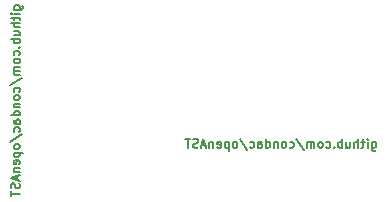
<source format=gbo>
G04 #@! TF.FileFunction,Legend,Bot*
%FSLAX46Y46*%
G04 Gerber Fmt 4.6, Leading zero omitted, Abs format (unit mm)*
G04 Created by KiCad (PCBNEW 4.0.7) date Fri May 25 09:25:36 2018*
%MOMM*%
%LPD*%
G01*
G04 APERTURE LIST*
%ADD10C,0.150000*%
%ADD11C,0.187500*%
G04 APERTURE END LIST*
D10*
D11*
X107535286Y-103573432D02*
X108142429Y-103573432D01*
X108213857Y-103537718D01*
X108249571Y-103502003D01*
X108285286Y-103430575D01*
X108285286Y-103323432D01*
X108249571Y-103252003D01*
X107999571Y-103573432D02*
X108035286Y-103502003D01*
X108035286Y-103359146D01*
X107999571Y-103287718D01*
X107963857Y-103252003D01*
X107892429Y-103216289D01*
X107678143Y-103216289D01*
X107606714Y-103252003D01*
X107571000Y-103287718D01*
X107535286Y-103359146D01*
X107535286Y-103502003D01*
X107571000Y-103573432D01*
X108035286Y-103930574D02*
X107535286Y-103930574D01*
X107285286Y-103930574D02*
X107321000Y-103894860D01*
X107356714Y-103930574D01*
X107321000Y-103966289D01*
X107285286Y-103930574D01*
X107356714Y-103930574D01*
X107535286Y-104180575D02*
X107535286Y-104466289D01*
X107285286Y-104287717D02*
X107928143Y-104287717D01*
X107999571Y-104323432D01*
X108035286Y-104394860D01*
X108035286Y-104466289D01*
X108035286Y-104716288D02*
X107285286Y-104716288D01*
X108035286Y-105037717D02*
X107642429Y-105037717D01*
X107571000Y-105002003D01*
X107535286Y-104930574D01*
X107535286Y-104823431D01*
X107571000Y-104752003D01*
X107606714Y-104716288D01*
X107535286Y-105716288D02*
X108035286Y-105716288D01*
X107535286Y-105394859D02*
X107928143Y-105394859D01*
X107999571Y-105430574D01*
X108035286Y-105502002D01*
X108035286Y-105609145D01*
X107999571Y-105680574D01*
X107963857Y-105716288D01*
X108035286Y-106073430D02*
X107285286Y-106073430D01*
X107571000Y-106073430D02*
X107535286Y-106144859D01*
X107535286Y-106287716D01*
X107571000Y-106359145D01*
X107606714Y-106394859D01*
X107678143Y-106430573D01*
X107892429Y-106430573D01*
X107963857Y-106394859D01*
X107999571Y-106359145D01*
X108035286Y-106287716D01*
X108035286Y-106144859D01*
X107999571Y-106073430D01*
X107963857Y-106752001D02*
X107999571Y-106787716D01*
X108035286Y-106752001D01*
X107999571Y-106716287D01*
X107963857Y-106752001D01*
X108035286Y-106752001D01*
X107999571Y-107430573D02*
X108035286Y-107359144D01*
X108035286Y-107216287D01*
X107999571Y-107144859D01*
X107963857Y-107109144D01*
X107892429Y-107073430D01*
X107678143Y-107073430D01*
X107606714Y-107109144D01*
X107571000Y-107144859D01*
X107535286Y-107216287D01*
X107535286Y-107359144D01*
X107571000Y-107430573D01*
X108035286Y-107859144D02*
X107999571Y-107787716D01*
X107963857Y-107752001D01*
X107892429Y-107716287D01*
X107678143Y-107716287D01*
X107606714Y-107752001D01*
X107571000Y-107787716D01*
X107535286Y-107859144D01*
X107535286Y-107966287D01*
X107571000Y-108037716D01*
X107606714Y-108073430D01*
X107678143Y-108109144D01*
X107892429Y-108109144D01*
X107963857Y-108073430D01*
X107999571Y-108037716D01*
X108035286Y-107966287D01*
X108035286Y-107859144D01*
X108035286Y-108430572D02*
X107535286Y-108430572D01*
X107606714Y-108430572D02*
X107571000Y-108466287D01*
X107535286Y-108537715D01*
X107535286Y-108644858D01*
X107571000Y-108716287D01*
X107642429Y-108752001D01*
X108035286Y-108752001D01*
X107642429Y-108752001D02*
X107571000Y-108787715D01*
X107535286Y-108859144D01*
X107535286Y-108966287D01*
X107571000Y-109037715D01*
X107642429Y-109073430D01*
X108035286Y-109073430D01*
X107249571Y-109966287D02*
X108213857Y-109323430D01*
X107999571Y-110537715D02*
X108035286Y-110466286D01*
X108035286Y-110323429D01*
X107999571Y-110252001D01*
X107963857Y-110216286D01*
X107892429Y-110180572D01*
X107678143Y-110180572D01*
X107606714Y-110216286D01*
X107571000Y-110252001D01*
X107535286Y-110323429D01*
X107535286Y-110466286D01*
X107571000Y-110537715D01*
X108035286Y-110966286D02*
X107999571Y-110894858D01*
X107963857Y-110859143D01*
X107892429Y-110823429D01*
X107678143Y-110823429D01*
X107606714Y-110859143D01*
X107571000Y-110894858D01*
X107535286Y-110966286D01*
X107535286Y-111073429D01*
X107571000Y-111144858D01*
X107606714Y-111180572D01*
X107678143Y-111216286D01*
X107892429Y-111216286D01*
X107963857Y-111180572D01*
X107999571Y-111144858D01*
X108035286Y-111073429D01*
X108035286Y-110966286D01*
X107535286Y-111537714D02*
X108035286Y-111537714D01*
X107606714Y-111537714D02*
X107571000Y-111573429D01*
X107535286Y-111644857D01*
X107535286Y-111752000D01*
X107571000Y-111823429D01*
X107642429Y-111859143D01*
X108035286Y-111859143D01*
X108035286Y-112537714D02*
X107285286Y-112537714D01*
X107999571Y-112537714D02*
X108035286Y-112466285D01*
X108035286Y-112323428D01*
X107999571Y-112252000D01*
X107963857Y-112216285D01*
X107892429Y-112180571D01*
X107678143Y-112180571D01*
X107606714Y-112216285D01*
X107571000Y-112252000D01*
X107535286Y-112323428D01*
X107535286Y-112466285D01*
X107571000Y-112537714D01*
X108035286Y-113216285D02*
X107642429Y-113216285D01*
X107571000Y-113180571D01*
X107535286Y-113109142D01*
X107535286Y-112966285D01*
X107571000Y-112894856D01*
X107999571Y-113216285D02*
X108035286Y-113144856D01*
X108035286Y-112966285D01*
X107999571Y-112894856D01*
X107928143Y-112859142D01*
X107856714Y-112859142D01*
X107785286Y-112894856D01*
X107749571Y-112966285D01*
X107749571Y-113144856D01*
X107713857Y-113216285D01*
X107999571Y-113894856D02*
X108035286Y-113823427D01*
X108035286Y-113680570D01*
X107999571Y-113609142D01*
X107963857Y-113573427D01*
X107892429Y-113537713D01*
X107678143Y-113537713D01*
X107606714Y-113573427D01*
X107571000Y-113609142D01*
X107535286Y-113680570D01*
X107535286Y-113823427D01*
X107571000Y-113894856D01*
X107249571Y-114751999D02*
X108213857Y-114109142D01*
X108035286Y-115109141D02*
X107999571Y-115037713D01*
X107963857Y-115001998D01*
X107892429Y-114966284D01*
X107678143Y-114966284D01*
X107606714Y-115001998D01*
X107571000Y-115037713D01*
X107535286Y-115109141D01*
X107535286Y-115216284D01*
X107571000Y-115287713D01*
X107606714Y-115323427D01*
X107678143Y-115359141D01*
X107892429Y-115359141D01*
X107963857Y-115323427D01*
X107999571Y-115287713D01*
X108035286Y-115216284D01*
X108035286Y-115109141D01*
X107535286Y-115680569D02*
X108285286Y-115680569D01*
X107571000Y-115680569D02*
X107535286Y-115751998D01*
X107535286Y-115894855D01*
X107571000Y-115966284D01*
X107606714Y-116001998D01*
X107678143Y-116037712D01*
X107892429Y-116037712D01*
X107963857Y-116001998D01*
X107999571Y-115966284D01*
X108035286Y-115894855D01*
X108035286Y-115751998D01*
X107999571Y-115680569D01*
X107999571Y-116644855D02*
X108035286Y-116573426D01*
X108035286Y-116430569D01*
X107999571Y-116359140D01*
X107928143Y-116323426D01*
X107642429Y-116323426D01*
X107571000Y-116359140D01*
X107535286Y-116430569D01*
X107535286Y-116573426D01*
X107571000Y-116644855D01*
X107642429Y-116680569D01*
X107713857Y-116680569D01*
X107785286Y-116323426D01*
X107535286Y-117001997D02*
X108035286Y-117001997D01*
X107606714Y-117001997D02*
X107571000Y-117037712D01*
X107535286Y-117109140D01*
X107535286Y-117216283D01*
X107571000Y-117287712D01*
X107642429Y-117323426D01*
X108035286Y-117323426D01*
X107821000Y-117644854D02*
X107821000Y-118001997D01*
X108035286Y-117573426D02*
X107285286Y-117823426D01*
X108035286Y-118073426D01*
X107999571Y-118287711D02*
X108035286Y-118394854D01*
X108035286Y-118573425D01*
X107999571Y-118644854D01*
X107963857Y-118680568D01*
X107892429Y-118716283D01*
X107821000Y-118716283D01*
X107749571Y-118680568D01*
X107713857Y-118644854D01*
X107678143Y-118573425D01*
X107642429Y-118430568D01*
X107606714Y-118359140D01*
X107571000Y-118323425D01*
X107499571Y-118287711D01*
X107428143Y-118287711D01*
X107356714Y-118323425D01*
X107321000Y-118359140D01*
X107285286Y-118430568D01*
X107285286Y-118609140D01*
X107321000Y-118716283D01*
X107285286Y-118930569D02*
X107285286Y-119359140D01*
X108035286Y-119144854D02*
X107285286Y-119144854D01*
X137853568Y-114774286D02*
X137853568Y-115381429D01*
X137889282Y-115452857D01*
X137924997Y-115488571D01*
X137996425Y-115524286D01*
X138103568Y-115524286D01*
X138174997Y-115488571D01*
X137853568Y-115238571D02*
X137924997Y-115274286D01*
X138067854Y-115274286D01*
X138139282Y-115238571D01*
X138174997Y-115202857D01*
X138210711Y-115131429D01*
X138210711Y-114917143D01*
X138174997Y-114845714D01*
X138139282Y-114810000D01*
X138067854Y-114774286D01*
X137924997Y-114774286D01*
X137853568Y-114810000D01*
X137496426Y-115274286D02*
X137496426Y-114774286D01*
X137496426Y-114524286D02*
X137532140Y-114560000D01*
X137496426Y-114595714D01*
X137460711Y-114560000D01*
X137496426Y-114524286D01*
X137496426Y-114595714D01*
X137246425Y-114774286D02*
X136960711Y-114774286D01*
X137139283Y-114524286D02*
X137139283Y-115167143D01*
X137103568Y-115238571D01*
X137032140Y-115274286D01*
X136960711Y-115274286D01*
X136710712Y-115274286D02*
X136710712Y-114524286D01*
X136389283Y-115274286D02*
X136389283Y-114881429D01*
X136424997Y-114810000D01*
X136496426Y-114774286D01*
X136603569Y-114774286D01*
X136674997Y-114810000D01*
X136710712Y-114845714D01*
X135710712Y-114774286D02*
X135710712Y-115274286D01*
X136032141Y-114774286D02*
X136032141Y-115167143D01*
X135996426Y-115238571D01*
X135924998Y-115274286D01*
X135817855Y-115274286D01*
X135746426Y-115238571D01*
X135710712Y-115202857D01*
X135353570Y-115274286D02*
X135353570Y-114524286D01*
X135353570Y-114810000D02*
X135282141Y-114774286D01*
X135139284Y-114774286D01*
X135067855Y-114810000D01*
X135032141Y-114845714D01*
X134996427Y-114917143D01*
X134996427Y-115131429D01*
X135032141Y-115202857D01*
X135067855Y-115238571D01*
X135139284Y-115274286D01*
X135282141Y-115274286D01*
X135353570Y-115238571D01*
X134674999Y-115202857D02*
X134639284Y-115238571D01*
X134674999Y-115274286D01*
X134710713Y-115238571D01*
X134674999Y-115202857D01*
X134674999Y-115274286D01*
X133996427Y-115238571D02*
X134067856Y-115274286D01*
X134210713Y-115274286D01*
X134282141Y-115238571D01*
X134317856Y-115202857D01*
X134353570Y-115131429D01*
X134353570Y-114917143D01*
X134317856Y-114845714D01*
X134282141Y-114810000D01*
X134210713Y-114774286D01*
X134067856Y-114774286D01*
X133996427Y-114810000D01*
X133567856Y-115274286D02*
X133639284Y-115238571D01*
X133674999Y-115202857D01*
X133710713Y-115131429D01*
X133710713Y-114917143D01*
X133674999Y-114845714D01*
X133639284Y-114810000D01*
X133567856Y-114774286D01*
X133460713Y-114774286D01*
X133389284Y-114810000D01*
X133353570Y-114845714D01*
X133317856Y-114917143D01*
X133317856Y-115131429D01*
X133353570Y-115202857D01*
X133389284Y-115238571D01*
X133460713Y-115274286D01*
X133567856Y-115274286D01*
X132996428Y-115274286D02*
X132996428Y-114774286D01*
X132996428Y-114845714D02*
X132960713Y-114810000D01*
X132889285Y-114774286D01*
X132782142Y-114774286D01*
X132710713Y-114810000D01*
X132674999Y-114881429D01*
X132674999Y-115274286D01*
X132674999Y-114881429D02*
X132639285Y-114810000D01*
X132567856Y-114774286D01*
X132460713Y-114774286D01*
X132389285Y-114810000D01*
X132353570Y-114881429D01*
X132353570Y-115274286D01*
X131460713Y-114488571D02*
X132103570Y-115452857D01*
X130889285Y-115238571D02*
X130960714Y-115274286D01*
X131103571Y-115274286D01*
X131174999Y-115238571D01*
X131210714Y-115202857D01*
X131246428Y-115131429D01*
X131246428Y-114917143D01*
X131210714Y-114845714D01*
X131174999Y-114810000D01*
X131103571Y-114774286D01*
X130960714Y-114774286D01*
X130889285Y-114810000D01*
X130460714Y-115274286D02*
X130532142Y-115238571D01*
X130567857Y-115202857D01*
X130603571Y-115131429D01*
X130603571Y-114917143D01*
X130567857Y-114845714D01*
X130532142Y-114810000D01*
X130460714Y-114774286D01*
X130353571Y-114774286D01*
X130282142Y-114810000D01*
X130246428Y-114845714D01*
X130210714Y-114917143D01*
X130210714Y-115131429D01*
X130246428Y-115202857D01*
X130282142Y-115238571D01*
X130353571Y-115274286D01*
X130460714Y-115274286D01*
X129889286Y-114774286D02*
X129889286Y-115274286D01*
X129889286Y-114845714D02*
X129853571Y-114810000D01*
X129782143Y-114774286D01*
X129675000Y-114774286D01*
X129603571Y-114810000D01*
X129567857Y-114881429D01*
X129567857Y-115274286D01*
X128889286Y-115274286D02*
X128889286Y-114524286D01*
X128889286Y-115238571D02*
X128960715Y-115274286D01*
X129103572Y-115274286D01*
X129175000Y-115238571D01*
X129210715Y-115202857D01*
X129246429Y-115131429D01*
X129246429Y-114917143D01*
X129210715Y-114845714D01*
X129175000Y-114810000D01*
X129103572Y-114774286D01*
X128960715Y-114774286D01*
X128889286Y-114810000D01*
X128210715Y-115274286D02*
X128210715Y-114881429D01*
X128246429Y-114810000D01*
X128317858Y-114774286D01*
X128460715Y-114774286D01*
X128532144Y-114810000D01*
X128210715Y-115238571D02*
X128282144Y-115274286D01*
X128460715Y-115274286D01*
X128532144Y-115238571D01*
X128567858Y-115167143D01*
X128567858Y-115095714D01*
X128532144Y-115024286D01*
X128460715Y-114988571D01*
X128282144Y-114988571D01*
X128210715Y-114952857D01*
X127532144Y-115238571D02*
X127603573Y-115274286D01*
X127746430Y-115274286D01*
X127817858Y-115238571D01*
X127853573Y-115202857D01*
X127889287Y-115131429D01*
X127889287Y-114917143D01*
X127853573Y-114845714D01*
X127817858Y-114810000D01*
X127746430Y-114774286D01*
X127603573Y-114774286D01*
X127532144Y-114810000D01*
X126675001Y-114488571D02*
X127317858Y-115452857D01*
X126317859Y-115274286D02*
X126389287Y-115238571D01*
X126425002Y-115202857D01*
X126460716Y-115131429D01*
X126460716Y-114917143D01*
X126425002Y-114845714D01*
X126389287Y-114810000D01*
X126317859Y-114774286D01*
X126210716Y-114774286D01*
X126139287Y-114810000D01*
X126103573Y-114845714D01*
X126067859Y-114917143D01*
X126067859Y-115131429D01*
X126103573Y-115202857D01*
X126139287Y-115238571D01*
X126210716Y-115274286D01*
X126317859Y-115274286D01*
X125746431Y-114774286D02*
X125746431Y-115524286D01*
X125746431Y-114810000D02*
X125675002Y-114774286D01*
X125532145Y-114774286D01*
X125460716Y-114810000D01*
X125425002Y-114845714D01*
X125389288Y-114917143D01*
X125389288Y-115131429D01*
X125425002Y-115202857D01*
X125460716Y-115238571D01*
X125532145Y-115274286D01*
X125675002Y-115274286D01*
X125746431Y-115238571D01*
X124782145Y-115238571D02*
X124853574Y-115274286D01*
X124996431Y-115274286D01*
X125067860Y-115238571D01*
X125103574Y-115167143D01*
X125103574Y-114881429D01*
X125067860Y-114810000D01*
X124996431Y-114774286D01*
X124853574Y-114774286D01*
X124782145Y-114810000D01*
X124746431Y-114881429D01*
X124746431Y-114952857D01*
X125103574Y-115024286D01*
X124425003Y-114774286D02*
X124425003Y-115274286D01*
X124425003Y-114845714D02*
X124389288Y-114810000D01*
X124317860Y-114774286D01*
X124210717Y-114774286D01*
X124139288Y-114810000D01*
X124103574Y-114881429D01*
X124103574Y-115274286D01*
X123782146Y-115060000D02*
X123425003Y-115060000D01*
X123853574Y-115274286D02*
X123603574Y-114524286D01*
X123353574Y-115274286D01*
X123139289Y-115238571D02*
X123032146Y-115274286D01*
X122853575Y-115274286D01*
X122782146Y-115238571D01*
X122746432Y-115202857D01*
X122710717Y-115131429D01*
X122710717Y-115060000D01*
X122746432Y-114988571D01*
X122782146Y-114952857D01*
X122853575Y-114917143D01*
X122996432Y-114881429D01*
X123067860Y-114845714D01*
X123103575Y-114810000D01*
X123139289Y-114738571D01*
X123139289Y-114667143D01*
X123103575Y-114595714D01*
X123067860Y-114560000D01*
X122996432Y-114524286D01*
X122817860Y-114524286D01*
X122710717Y-114560000D01*
X122496431Y-114524286D02*
X122067860Y-114524286D01*
X122282146Y-115274286D02*
X122282146Y-114524286D01*
M02*

</source>
